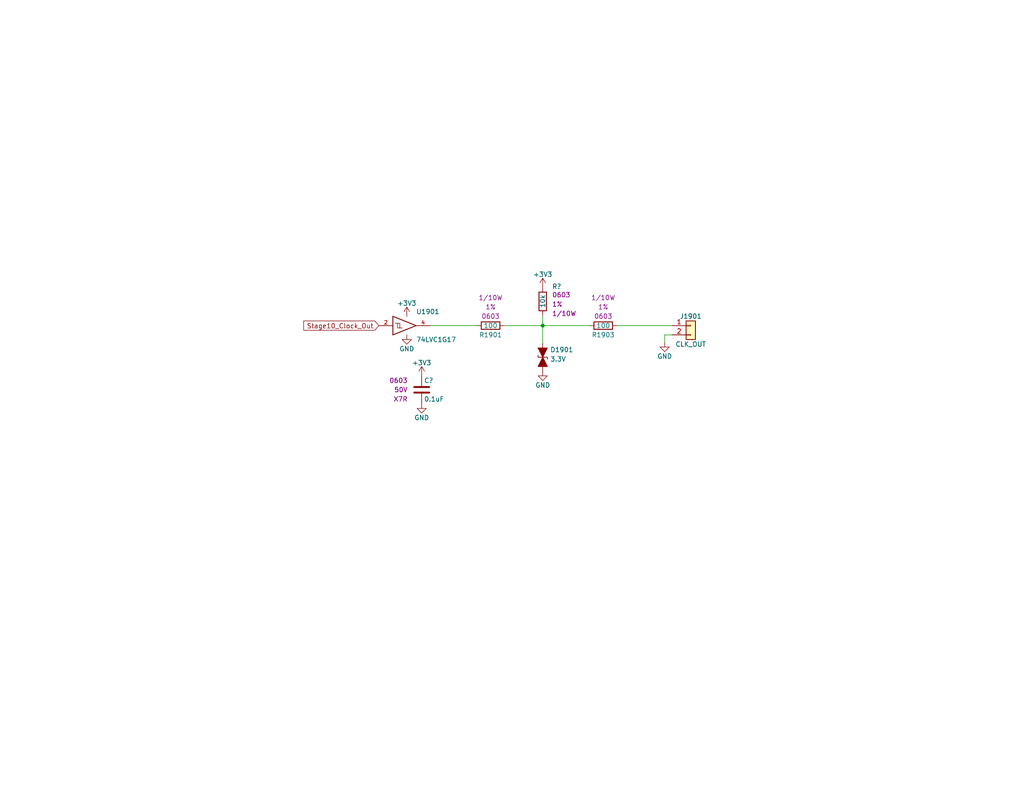
<source format=kicad_sch>
(kicad_sch (version 20230121) (generator eeschema)
  (paper "A")
  (title_block (title "Stopwatch") (date "2024-01-02") (rev "A") (company "Drew Maatman"))
  (lib_symbols
    (symbol "Connector_Generic:Conn_01x02" (pin_names (offset 1.016) hide)
      (property "Reference" "J" (at 0 2.54 0))
      (property "Value" "Conn_01x02" (at 0 -5.08 0))
      (symbol "Conn_01x02_1_1"
        (rectangle (start -1.27 -2.413) (end 0 -2.667) (stroke (width 0.1524)))
        (rectangle (start -1.27 0.127) (end 0 -0.127) (stroke (width 0.1524)))
        (rectangle (start -1.27 1.27) (end 1.27 -3.81) (stroke (width 0.254)) (fill (type background)))
        (pin passive line (at -5.08 0 0) (length 3.81) (name "Pin_1") (number "1"))
        (pin passive line (at -5.08 -2.54 0) (length 3.81) (name "Pin_2") (number "2"))
      )
    )
    (symbol "Custom_Library:74LVC1G17_Power" (pin_names (offset 1.016))
      (property "Reference" "U" (at 2.54 3.81 0))
      (property "Value" "74LVC1G17_Power" (at 2.54 -3.81 0))
      (symbol "74LVC1G17_Power_0_1"
        (polyline (pts (xy -2.54 0.635) (xy -1.905 0.635) (xy -1.905 -0.635)))
        (polyline (pts (xy -3.81 2.54) (xy -3.81 -2.54) (xy 2.54 0) (xy -3.81 2.54)) (stroke (width 0.254)))
        (polyline (pts (xy -3.175 0.635) (xy -2.54 0.635) (xy -2.54 -0.635) (xy -1.27 -0.635)))
      )
      (symbol "74LVC1G17_Power_1_1"
        (pin input line (at -7.62 0 0) (length 3.81) (name "~") (number "2"))
        (pin power_in line (at 0 -2.54 270) (length 0) (name "GND") (number "3"))
        (pin output line (at 6.35 0 180) (length 3.81) (name "~") (number "4"))
        (pin power_in line (at 0 2.54 90) (length 0) (name "VCC") (number "5"))
      )
    )
    (symbol "Custom_Library:C_Custom" (pin_numbers hide) (pin_names (offset 0.254))
      (property "Reference" "C" (at 0.635 2.54 0))
      (property "Value" "C_Custom" (at 0.635 -2.54 0))
      (property "display_footprint" "Foot" (at -3.81 2.54 0))
      (property "Voltage" "V" (at -3.81 0 0))
      (property "Dielectric" "Er" (at -3.81 -2.54 0))
      (symbol "C_Custom_0_1"
        (polyline (pts (xy -2.032 -0.762) (xy 2.032 -0.762)) (stroke (width 0.508)))
        (polyline (pts (xy -2.032 0.762) (xy 2.032 0.762)) (stroke (width 0.508)))
      )
      (symbol "C_Custom_1_1"
        (pin passive line (at 0 3.81 270) (length 2.794) (name "~") (number "1"))
        (pin passive line (at 0 -3.81 90) (length 2.794) (name "~") (number "2"))
      )
    )
    (symbol "Custom_Library:R_Custom" (pin_numbers hide) (pin_names (offset 1.016) hide)
      (property "Reference" "R" (at -2.54 0 90))
      (property "Value" "R_Custom" (at 0 0 90))
      (property "display_footprint" "Foot" (at 2.54 0 90))
      (property "Tolerance" "Tol" (at 5.08 0 90))
      (property "Wattage" "W" (at 7.62 0 90))
      (symbol "R_Custom_0_1"
        (rectangle (start 1.016 2.54) (end -1.016 -2.54) (stroke (width 0.254)))
      )
      (symbol "R_Custom_1_1"
        (pin passive line (at 0 3.81 270) (length 1.27) (name "1") (number "1"))
        (pin passive line (at 0 -3.81 90) (length 1.27) (name "2") (number "2"))
      )
    )
    (symbol "Incrementor-rescue:+3.3V-power" (power) (pin_names (offset 0))
      (property "Value" "+3.3V-power" (at 0 3.556 0))
      (symbol "+3.3V-power_0_1"
        (polyline (pts (xy -0.762 1.27) (xy 0 2.54)))
        (polyline (pts (xy 0 0) (xy 0 2.54)))
        (polyline (pts (xy 0 2.54) (xy 0.762 1.27)))
      )
      (symbol "+3.3V-power_1_1"
        (pin power_in line (at 0 0 90) (length 0) hide (name "+3V3") (number "1"))
      )
    )
    (symbol "Incrementor-rescue:D_TVS_ALT-Device" (pin_numbers hide) (pin_names (offset 1.016) hide)
      (property "Reference" "D" (at 0 2.54 0))
      (property "Value" "Device_D_TVS_ALT" (at 0 -2.54 0))
      (symbol "D_TVS_ALT-Device_0_1"
        (polyline (pts (xy 1.27 0) (xy -1.27 0)))
        (polyline (pts (xy -2.54 -1.27) (xy 0 0) (xy -2.54 1.27) (xy -2.54 -1.27)) (stroke (width 0.2032)) (fill (type outline)))
        (polyline (pts (xy 0.508 1.27) (xy 0 1.27) (xy 0 -1.27) (xy -0.508 -1.27)) (stroke (width 0.2032)))
        (polyline (pts (xy 2.54 1.27) (xy 2.54 -1.27) (xy 0 0) (xy 2.54 1.27)) (stroke (width 0.2032)) (fill (type outline)))
      )
      (symbol "D_TVS_ALT-Device_1_1"
        (pin passive line (at -3.81 0 0) (length 2.54) (name "A1") (number "1"))
        (pin passive line (at 3.81 0 180) (length 2.54) (name "A2") (number "2"))
      )
    )
    (symbol "power:GND" (power) (pin_names (offset 0))
      (property "Value" "GND" (at 0 -3.81 0))
      (symbol "GND_0_1"
        (polyline (pts (xy 0 0) (xy 0 -1.27) (xy 1.27 -1.27) (xy 0 -2.54) (xy -1.27 -1.27) (xy 0 -1.27)))
      )
      (symbol "GND_1_1"
        (pin power_in line (at 0 0 270) (length 0) hide (name "GND") (number "1"))
      )
    )
  )
  (junction (at 148.082 88.9))
  (wire (pts (xy 148.082 88.9) (xy 137.668 88.9)))
  (wire (pts (xy 181.356 91.44) (xy 183.388 91.44)))
  (wire (pts (xy 168.402 88.9) (xy 183.388 88.9)))
  (wire (pts (xy 148.082 93.726) (xy 148.082 88.9)))
  (wire (pts (xy 117.348 88.9) (xy 130.048 88.9)))
  (wire (pts (xy 181.356 93.472) (xy 181.356 91.44)))
  (wire (pts (xy 160.782 88.9) (xy 148.082 88.9)))
  (wire (pts (xy 148.082 86.106) (xy 148.082 88.9)))
  (global_label "Stage10_Clock_Out" (shape input) (at 103.378 88.9 180) (property "Intersheetrefs" "${INTERSHEET_REFS}" (effects hide)))
  (symbol (lib_id "Connector_Generic:Conn_01x02") (at 188.468 88.9 0) (unit 1)
    (property "Reference" "J1901" (at 188.468 86.36 0))
    (property "Value" "CLK_OUT" (at 188.468 93.98 0))
    (property "Footprint" "Socket_Strips:Socket_Strip_Angled_1x02_Pitch2.54mm" (effects hide))
    (property "Digi-Key PN" "SAM1225-02-ND" (effects hide))
    (instances (project "Incrementor" (path "" (reference "J1901") (unit 1)) (path "" (reference "J?") (unit 1))))
  )
  (symbol (lib_id "power:GND") (at 181.356 93.472 0) (mirror y) (unit 1)
    (property "Reference" "#PWR01907" (effects hide))
    (property "Value" "GND" (at 181.356 97.282 0))
    (instances (project "Incrementor" (path "" (reference "#PWR01907") (unit 1)) (path "" (reference "#PWR?") (unit 1))))
  )
  (symbol (lib_id "Custom_Library:R_Custom") (at 133.858 88.9 90) (unit 1)
    (property "Reference" "R1901" (at 133.858 91.44 90))
    (property "Value" "100" (at 133.858 88.9 90))
    (property "Footprint" "Resistors_SMD:R_0603" (effects hide))
    (property "display_footprint" "0603" (at 133.858 86.36 90))
    (property "Tolerance" "1%" (at 133.858 83.82 90))
    (property "Wattage" "1/10W" (at 133.858 81.28 90))
    (property "Digi-Key PN" "RMCF0603FT100RCT-ND" (effects hide))
    (instances (project "Incrementor" (path "" (reference "R1901") (unit 1)) (path "" (reference "R?") (unit 1))))
  )
  (symbol (lib_id "Custom_Library:R_Custom") (at 148.082 82.296 0) (unit 1)
    (property "Reference" "R?" (at 150.622 78.232 0) (effects (justify left)))
    (property "Value" "10k" (at 148.082 84.074 90) (effects (justify left)))
    (property "Footprint" "Resistors_SMD:R_0603" (effects hide))
    (property "display_footprint" "0603" (at 150.622 80.518 0) (effects (justify left)))
    (property "Tolerance" "1%" (at 150.622 83.058 0) (effects (justify left)))
    (property "Wattage" "1/10W" (at 150.622 85.598 0) (effects (justify left)))
    (property "Digi-Key PN" "RMCF0603FT10K0CT-ND" (effects hide))
    (instances (project "Incrementor" (path "" (reference "R?") (unit 1)) (path "" (reference "R?") (unit 1)) (path "" (reference "R1902") (unit 1))))
  )
  (symbol (lib_id "Incrementor-rescue:+3.3V-power") (at 148.082 78.486 0) (unit 1)
    (property "Reference" "#PWR01905" (effects hide))
    (property "Value" "+3.3V" (at 148.082 74.93 0))
    (instances (project "Incrementor" (path "" (reference "#PWR01905") (unit 1)) (path "" (reference "#PWR?") (unit 1))))
  )
  (symbol (lib_id "Incrementor-rescue:D_TVS_ALT-Device") (at 148.082 97.536 270) (unit 1)
    (property "Reference" "D1901" (at 150.114 95.504 90) (effects (justify left)))
    (property "Value" "3.3V" (at 150.114 98.044 90) (effects (justify left)))
    (property "Footprint" "Diodes_SMD:D_SOD-323" (effects hide))
    (property "Digi-Key PN" "CDSOD323-T03SCT-ND" (effects hide))
    (instances (project "Incrementor" (path "" (reference "D1901") (unit 1)) (path "" (reference "D?") (unit 1))))
  )
  (symbol (lib_id "power:GND") (at 148.082 101.346 0) (unit 1)
    (property "Reference" "#PWR01906" (effects hide))
    (property "Value" "GND" (at 148.082 105.156 0))
    (instances (project "Incrementor" (path "" (reference "#PWR01906") (unit 1)) (path "" (reference "#PWR?") (unit 1))))
  )
  (symbol (lib_id "Custom_Library:74LVC1G17_Power") (at 110.998 88.9 0) (unit 1)
    (property "Reference" "U1901" (at 113.538 85.09 0) (effects (justify left)))
    (property "Value" "74LVC1G17" (at 113.538 92.71 0) (effects (justify left)))
    (property "Footprint" "TO_SOT_Packages_SMD:SOT-353_SC-70-5" (effects hide))
    (property "Datasheet" "http://www.ti.com/lit/sg/scyt129e/scyt129e.pdf" (effects hide))
    (property "Digi-Key PN" "296-11934-1-ND" (effects hide))
    (instances (project "Incrementor" (path "" (reference "U1901") (unit 1)) (path "" (reference "U?") (unit 1))))
  )
  (symbol (lib_id "Custom_Library:R_Custom") (at 164.592 88.9 90) (unit 1)
    (property "Reference" "R1903" (at 164.592 91.44 90))
    (property "Value" "100" (at 164.592 88.9 90))
    (property "Footprint" "Resistors_SMD:R_0603" (effects hide))
    (property "display_footprint" "0603" (at 164.592 86.36 90))
    (property "Tolerance" "1%" (at 164.592 83.82 90))
    (property "Wattage" "1/10W" (at 164.592 81.28 90))
    (property "Digi-Key PN" "RMCF0603FT100RCT-ND" (effects hide))
    (instances (project "Incrementor" (path "" (reference "R1903") (unit 1)) (path "" (reference "R?") (unit 1))))
  )
  (symbol (lib_id "power:GND") (at 110.998 91.44 0) (unit 1)
    (property "Reference" "#PWR01902" (effects hide))
    (property "Value" "GND" (at 110.998 95.25 0))
    (instances (project "Incrementor" (path "" (reference "#PWR01902") (unit 1)) (path "" (reference "#PWR?") (unit 1))))
  )
  (symbol (lib_id "Incrementor-rescue:+3.3V-power") (at 110.998 86.36 0) (unit 1)
    (property "Reference" "#PWR01901" (effects hide))
    (property "Value" "+3.3V" (at 110.998 82.804 0))
    (instances (project "Incrementor" (path "" (reference "#PWR01901") (unit 1)) (path "" (reference "#PWR?") (unit 1))))
  )
  (symbol (lib_id "Custom_Library:C_Custom") (at 115.062 106.426 0) (unit 1)
    (property "Reference" "C?" (at 115.697 103.886 0) (effects (justify left)))
    (property "Value" "0.1uF" (at 115.697 108.966 0) (effects (justify left)))
    (property "Footprint" "Capacitors_SMD:C_0603" (effects hide))
    (property "display_footprint" "0603" (at 111.252 103.886 0) (effects (justify right)))
    (property "Voltage" "50V" (at 111.252 106.426 0) (effects (justify right)))
    (property "Dielectric" "X7R" (at 111.252 108.966 0) (effects (justify right)))
    (property "Digi-Key PN" "311-1344-1-ND" (effects hide))
    (instances (project "Incrementor" (path "" (reference "C?") (unit 1)) (path "" (reference "C?") (unit 1)) (path "" (reference "C1901") (unit 1))))
  )
  (symbol (lib_id "power:GND") (at 115.062 110.236 0) (unit 1)
    (property "Reference" "#PWR?" (effects hide))
    (property "Value" "GND" (at 115.062 114.046 0))
    (instances (project "Incrementor" (path "" (reference "#PWR?") (unit 1)) (path "" (reference "#PWR?") (unit 1)) (path "" (reference "#PWR01904") (unit 1))))
  )
  (symbol (lib_id "Incrementor-rescue:+3.3V-power") (at 115.062 102.616 0) (unit 1)
    (property "Reference" "#PWR?" (effects hide))
    (property "Value" "+3.3V" (at 115.062 99.06 0))
    (instances (project "Incrementor" (path "" (reference "#PWR?") (unit 1)) (path "" (reference "#PWR?") (unit 1)) (path "" (reference "#PWR01903") (unit 1))))
  )
)
</source>
